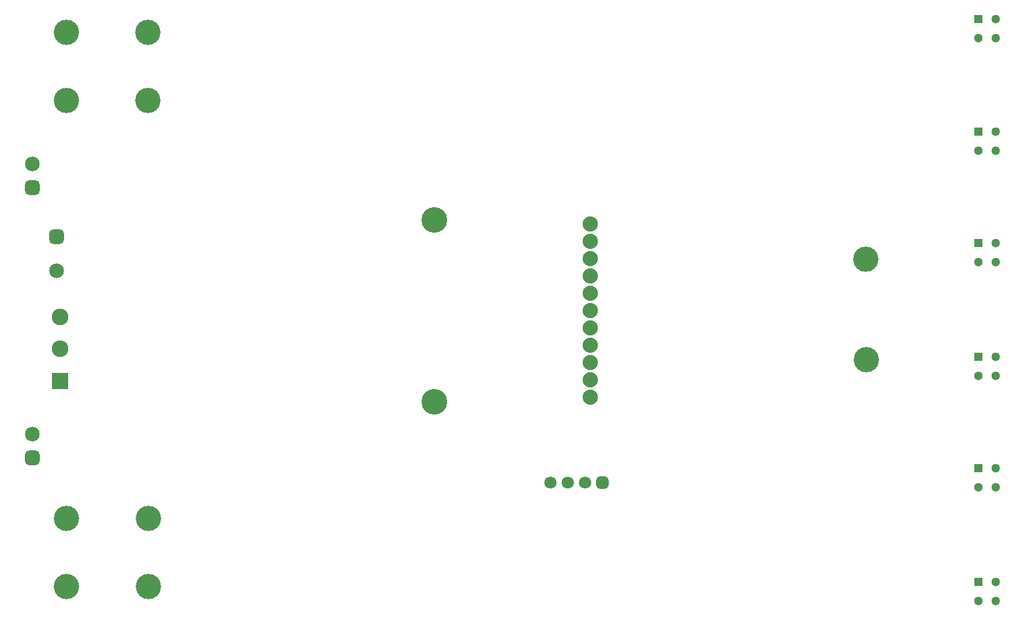
<source format=gbs>
%TF.GenerationSoftware,Altium Limited,DefaultClient, ()*%
G04 Layer_Color=16711935*
%FSLAX45Y45*%
%MOMM*%
%TF.SameCoordinates,AE975085-364B-4CEB-9B6D-173D2EE7C3AA*%
%TF.FilePolarity,Negative*%
%TF.FileFunction,Soldermask,Bot*%
%TF.Part,Single*%
G01*
G75*
%TA.AperFunction,ComponentPad*%
%ADD61C,2.45000*%
%ADD62R,2.45000X2.45000*%
%ADD63R,1.30000X1.30000*%
%ADD64C,1.30000*%
%ADD97C,3.75920*%
%ADD98C,2.23520*%
G04:AMPARAMS|DCode=99|XSize=2.1532mm|YSize=2.1532mm|CornerRadius=0.5891mm|HoleSize=0mm|Usage=FLASHONLY|Rotation=90.000|XOffset=0mm|YOffset=0mm|HoleType=Round|Shape=RoundedRectangle|*
%AMROUNDEDRECTD99*
21,1,2.15320,0.97500,0,0,90.0*
21,1,0.97500,2.15320,0,0,90.0*
1,1,1.17820,0.48750,0.48750*
1,1,1.17820,0.48750,-0.48750*
1,1,1.17820,-0.48750,-0.48750*
1,1,1.17820,-0.48750,0.48750*
%
%ADD99ROUNDEDRECTD99*%
%ADD100C,2.15320*%
%ADD101C,1.80320*%
G04:AMPARAMS|DCode=102|XSize=1.8032mm|YSize=1.8032mm|CornerRadius=0.5016mm|HoleSize=0mm|Usage=FLASHONLY|Rotation=180.000|XOffset=0mm|YOffset=0mm|HoleType=Round|Shape=RoundedRectangle|*
%AMROUNDEDRECTD102*
21,1,1.80320,0.80000,0,0,180.0*
21,1,0.80000,1.80320,0,0,180.0*
1,1,1.00320,-0.40000,0.40000*
1,1,1.00320,0.40000,0.40000*
1,1,1.00320,0.40000,-0.40000*
1,1,1.00320,-0.40000,-0.40000*
%
%ADD102ROUNDEDRECTD102*%
%TA.AperFunction,ViaPad*%
%ADD103C,3.70320*%
D61*
X635000Y4026000D02*
D03*
Y3556000D02*
D03*
D62*
Y3086000D02*
D03*
D63*
X14097000Y6744000D02*
D03*
Y8395000D02*
D03*
Y140000D02*
D03*
Y1804000D02*
D03*
Y3442000D02*
D03*
Y5106000D02*
D03*
D64*
Y6464000D02*
D03*
X14350999Y6744000D02*
D03*
Y6464000D02*
D03*
X14097000Y8115000D02*
D03*
X14350999Y8395000D02*
D03*
Y8115000D02*
D03*
X14097000Y-140000D02*
D03*
X14350999Y140000D02*
D03*
Y-140000D02*
D03*
X14097000Y1524000D02*
D03*
X14350999Y1804000D02*
D03*
Y1524000D02*
D03*
X14097000Y3162000D02*
D03*
X14350999Y3442000D02*
D03*
Y3162000D02*
D03*
X14097000Y4826000D02*
D03*
X14350999Y5106000D02*
D03*
Y4826000D02*
D03*
D97*
X6121400Y5448300D02*
D03*
Y2781300D02*
D03*
D98*
X8407400Y3352800D02*
D03*
Y2844800D02*
D03*
Y5130800D02*
D03*
Y3606800D02*
D03*
Y4368800D02*
D03*
Y3098800D02*
D03*
Y4622800D02*
D03*
Y4114800D02*
D03*
Y3860800D02*
D03*
Y5384800D02*
D03*
Y4876800D02*
D03*
D99*
X233200Y1958600D02*
D03*
X589998Y5202999D02*
D03*
X233200Y5921000D02*
D03*
D100*
Y2308600D02*
D03*
X589998Y4703000D02*
D03*
X233200Y6271000D02*
D03*
D101*
X7823200Y1590040D02*
D03*
X8077200D02*
D03*
X8331200D02*
D03*
D102*
X8585200D02*
D03*
D103*
X12458700Y3393440D02*
D03*
X12446000Y4866640D02*
D03*
X1930011Y67502D02*
D03*
Y1067502D02*
D03*
X730011D02*
D03*
Y67502D02*
D03*
X1928980Y8196580D02*
D03*
Y7196580D02*
D03*
X728980D02*
D03*
Y8196580D02*
D03*
%TF.MD5,e138e610bc8635889cf1a24f4dcb1b23*%
M02*

</source>
